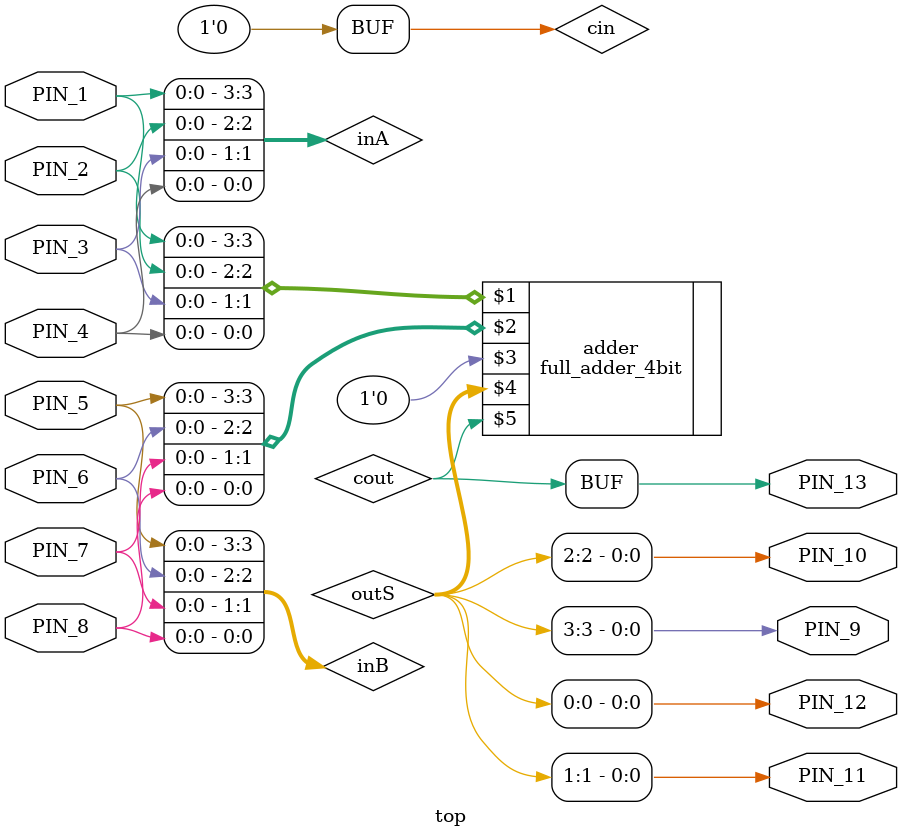
<source format=v>
module top(
  input PIN_1, PIN_2, PIN_3, PIN_4, PIN_5, PIN_6, PIN_7, PIN_8,
  output PIN_9, PIN_10, PIN_11, PIN_12, PIN_13
  );

wire [3:0] inA, inB;
wire [3:0] outS;
wire cin;
wire cout;

full_adder_4bit adder(inA, inB, cin, outS, cout);

assign {PIN_1, PIN_2, PIN_3, PIN_4} = inA;
assign {PIN_5, PIN_6, PIN_7, PIN_8} = inB;
assign {PIN_9, PIN_10, PIN_11, PIN_12} = outS;
assign cout = PIN_13;
assign cin = 0;

endmodule

</source>
